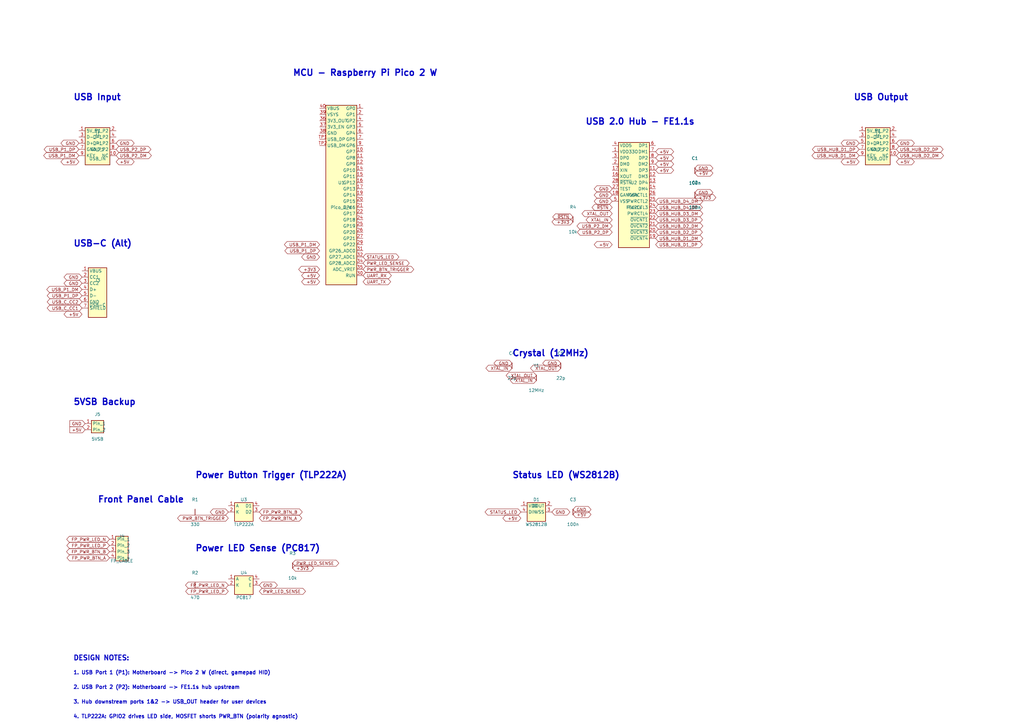
<source format=kicad_sch>
(kicad_sch (version 20231120) (generator "eeschema") (generator_version "8.0")
  (paper "A3")
  (title_block (title "PadProxy") (date "2026-02-28") (rev "0.1") (company "PadProxy Open Hardware") (comment 1 "Wireless Bluetooth Gamepad Proxy with PC Wake") (comment 2 "License: CERN-OHL-P-2.0"))
  (lib_symbols
    (symbol "PadProxy:Pico_2_W"
      (property "Reference" "U" (at 0 38.10000000000001 0))
      (property "Value" "Pico_2_W" (at 0 -38.10000000000001 0))
      (symbol "Pico_2_W_0_1"
        (rectangle (start -6.35 36.830000000000005) (end 6.35 -36.830000000000005) (stroke (width 0.254)) (fill (type background)))
      )
      (symbol "Pico_2_W_1_1"
        (pin power_in line (at -8.89 35.56 0) (length 2.54) (name "VBUS") (number "40"))
        (pin power_in line (at -8.89 33.02 0) (length 2.54) (name "VSYS") (number "39"))
        (pin power_out line (at -8.89 30.480000000000004 0) (length 2.54) (name "3V3_OUT") (number "36"))
        (pin input line (at -8.89 27.94 0) (length 2.54) (name "3V3_EN") (number "37"))
        (pin power_in line (at -8.89 25.400000000000002 0) (length 2.54) (name "GND") (number "38"))
        (pin bidirectional line (at -8.89 22.860000000000003 0) (length 2.54) (name "USB_DP") (number "TP1"))
        (pin bidirectional line (at -8.89 20.32 0) (length 2.54) (name "USB_DM") (number "TP2"))
        (pin bidirectional line (at 8.89 35.56 180) (length 2.54) (name "GP0") (number "1"))
        (pin bidirectional line (at 8.89 33.02 180) (length 2.54) (name "GP1") (number "2"))
        (pin bidirectional line (at 8.89 30.480000000000004 180) (length 2.54) (name "GP2") (number "4"))
        (pin bidirectional line (at 8.89 27.94 180) (length 2.54) (name "GP3") (number "5"))
        (pin bidirectional line (at 8.89 25.400000000000002 180) (length 2.54) (name "GP4") (number "6"))
        (pin bidirectional line (at 8.89 22.860000000000003 180) (length 2.54) (name "GP5") (number "7"))
        (pin bidirectional line (at 8.89 20.32 180) (length 2.54) (name "GP6") (number "9"))
        (pin bidirectional line (at 8.89 17.78 180) (length 2.54) (name "GP7") (number "10"))
        (pin bidirectional line (at 8.89 15.240000000000002 180) (length 2.54) (name "GP8") (number "11"))
        (pin bidirectional line (at 8.89 12.700000000000003 180) (length 2.54) (name "GP9") (number "12"))
        (pin bidirectional line (at 8.89 10.160000000000004 180) (length 2.54) (name "GP10") (number "14"))
        (pin bidirectional line (at 8.89 7.620000000000001 180) (length 2.54) (name "GP11") (number "15"))
        (pin bidirectional line (at 8.89 5.080000000000002 180) (length 2.54) (name "GP12") (number "16"))
        (pin bidirectional line (at 8.89 2.539999999999999 180) (length 2.54) (name "GP13") (number "17"))
        (pin bidirectional line (at 8.89 0.0 180) (length 2.54) (name "GP14") (number "19"))
        (pin bidirectional line (at 8.89 -2.539999999999999 180) (length 2.54) (name "GP15") (number "20"))
        (pin bidirectional line (at 8.89 -5.079999999999998 180) (length 2.54) (name "GP16") (number "21"))
        (pin bidirectional line (at 8.89 -7.619999999999997 180) (length 2.54) (name "GP17") (number "22"))
        (pin bidirectional line (at 8.89 -10.159999999999997 180) (length 2.54) (name "GP18") (number "24"))
        (pin bidirectional line (at 8.89 -12.699999999999996 180) (length 2.54) (name "GP19") (number "25"))
        (pin bidirectional line (at 8.89 -15.239999999999995 180) (length 2.54) (name "GP20") (number "26"))
        (pin bidirectional line (at 8.89 -17.78 180) (length 2.54) (name "GP21") (number "27"))
        (pin bidirectional line (at 8.89 -20.32 180) (length 2.54) (name "GP22") (number "29"))
        (pin bidirectional line (at 8.89 -22.86 180) (length 2.54) (name "GP26_ADC0") (number "31"))
        (pin bidirectional line (at 8.89 -25.4 180) (length 2.54) (name "GP27_ADC1") (number "32"))
        (pin bidirectional line (at 8.89 -27.939999999999998 180) (length 2.54) (name "GP28_ADC2") (number "34"))
        (pin passive line (at 8.89 -30.480000000000004 180) (length 2.54) (name "ADC_VREF") (number "35"))
        (pin input line (at 8.89 -33.019999999999996 180) (length 2.54) (name "RUN") (number "30"))
      )
    )
    (symbol "PadProxy:FE1_1s"
      (property "Reference" "U" (at 0 22.86 0))
      (property "Value" "FE1_1s" (at 0 -22.86 0))
      (symbol "FE1_1s_0_1"
        (rectangle (start -6.35 21.59) (end 6.35 -21.59) (stroke (width 0.254)) (fill (type background)))
      )
      (symbol "FE1_1s_1_1"
        (pin power_in line (at -8.89 20.32 0) (length 2.54) (name "VDD5") (number "4"))
        (pin power_out line (at -8.89 17.78 0) (length 2.54) (name "VDD33O") (number "1"))
        (pin bidirectional line (at -8.89 15.24 0) (length 2.54) (name "DP0") (number "3"))
        (pin bidirectional line (at -8.89 12.7 0) (length 2.54) (name "DM0") (number "2"))
        (pin input line (at -8.89 10.16 0) (length 2.54) (name "XIN") (number "17"))
        (pin output line (at -8.89 7.620000000000001 0) (length 2.54) (name "XOUT") (number "16"))
        (pin input line (at -8.89 5.08 0) (length 2.54) (name "~{RSTN}") (number "28"))
        (pin input line (at -8.89 2.539999999999999 0) (length 2.54) (name "TEST") (number "27"))
        (pin input line (at -8.89 0.0 0) (length 2.54) (name "GANGSW") (number "18"))
        (pin power_in line (at -8.89 -2.539999999999999 0) (length 2.54) (name "VSS") (number "5"))
        (pin bidirectional line (at 8.89 20.32 180) (length 2.54) (name "DP1") (number "6"))
        (pin bidirectional line (at 8.89 17.78 180) (length 2.54) (name "DM1") (number "7"))
        (pin bidirectional line (at 8.89 15.24 180) (length 2.54) (name "DP2") (number "8"))
        (pin bidirectional line (at 8.89 12.7 180) (length 2.54) (name "DM2") (number "9"))
        (pin bidirectional line (at 8.89 10.16 180) (length 2.54) (name "DP3") (number "11"))
        (pin bidirectional line (at 8.89 7.620000000000001 180) (length 2.54) (name "DM3") (number "12"))
        (pin bidirectional line (at 8.89 5.08 180) (length 2.54) (name "DP4") (number "13"))
        (pin bidirectional line (at 8.89 2.539999999999999 180) (length 2.54) (name "DM4") (number "14"))
        (pin output line (at 8.89 0.0 180) (length 2.54) (name "PWRCTL1") (number "26"))
        (pin output line (at 8.89 -2.539999999999999 180) (length 2.54) (name "PWRCTL2") (number "25"))
        (pin output line (at 8.89 -5.079999999999998 180) (length 2.54) (name "PWRCTL3") (number "24"))
        (pin output line (at 8.89 -7.620000000000001 180) (length 2.54) (name "PWRCTL4") (number "23"))
        (pin input line (at 8.89 -10.16 180) (length 2.54) (name "~{OVCNT1}") (number "22"))
        (pin input line (at 8.89 -12.700000000000003 180) (length 2.54) (name "~{OVCNT2}") (number "21"))
        (pin input line (at 8.89 -15.240000000000002 180) (length 2.54) (name "~{OVCNT3}") (number "20"))
        (pin input line (at 8.89 -17.78 180) (length 2.54) (name "~{OVCNT4}") (number "19"))
      )
    )
    (symbol "PadProxy:TLP222A"
      (property "Reference" "U" (at 0 5.08 0))
      (property "Value" "TLP222A" (at 0 -5.08 0))
      (symbol "TLP222A_0_1"
        (rectangle (start -3.81 3.81) (end 3.81 -3.81) (stroke (width 0.254)) (fill (type background)))
      )
      (symbol "TLP222A_1_1"
        (pin passive line (at -6.35 2.54 0) (length 2.54) (name "A") (number "1"))
        (pin passive line (at -6.35 0.0 0) (length 2.54) (name "K") (number "2"))
        (pin passive line (at 6.35 2.54 180) (length 2.54) (name "D1") (number "4"))
        (pin passive line (at 6.35 0.0 180) (length 2.54) (name "D2") (number "3"))
      )
    )
    (symbol "PadProxy:PC817"
      (property "Reference" "U" (at 0 5.08 0))
      (property "Value" "PC817" (at 0 -5.08 0))
      (symbol "PC817_0_1"
        (rectangle (start -3.81 3.81) (end 3.81 -3.81) (stroke (width 0.254)) (fill (type background)))
      )
      (symbol "PC817_1_1"
        (pin passive line (at -6.35 2.54 0) (length 2.54) (name "A") (number "1"))
        (pin passive line (at -6.35 0.0 0) (length 2.54) (name "K") (number "2"))
        (pin passive line (at 6.35 2.54 180) (length 2.54) (name "C") (number "4"))
        (pin passive line (at 6.35 0.0 180) (length 2.54) (name "E") (number "3"))
      )
    )
    (symbol "PadProxy:WS2812B"
      (property "Reference" "D" (at 0 5.08 0))
      (property "Value" "WS2812B" (at 0 -5.08 0))
      (symbol "WS2812B_0_1"
        (rectangle (start -3.81 3.81) (end 3.81 -3.81) (stroke (width 0.254)) (fill (type background)))
      )
      (symbol "WS2812B_1_1"
        (pin power_in line (at -6.35 2.54 0) (length 2.54) (name "VDD") (number "1"))
        (pin input line (at -6.35 0.0 0) (length 2.54) (name "DIN") (number "4"))
        (pin output line (at 6.35 2.54 180) (length 2.54) (name "DOUT") (number "2"))
        (pin power_in line (at 6.35 0.0 180) (length 2.54) (name "VSS") (number "3"))
      )
    )
    (symbol "Device:R" (pin_numbers hide) (pin_names (offset 0) hide)
      (property "Reference" "R" (at 0 2.54 0))
      (property "Value" "R" (at 0 -2.54 0))
      (symbol "R_0_1"
        (polyline (pts (xy 0 -1.016) (xy 0 1.016)) (stroke (width 0.254)))
      )
      (symbol "R_1_1"
        (pin passive line (at 0 1.27 270) (length 0.254) (name "~") (number "1"))
        (pin passive line (at 0 -1.27 90) (length 0.254) (name "~") (number "2"))
      )
    )
    (symbol "Device:C" (pin_numbers hide) (pin_names (offset 0) hide)
      (property "Reference" "C" (at 0 2.54 0))
      (property "Value" "C" (at 0 -2.54 0))
      (symbol "C_0_1"
        (polyline (pts (xy 0 -1.016) (xy 0 1.016)) (stroke (width 0.254)))
      )
      (symbol "C_1_1"
        (pin passive line (at 0 1.27 270) (length 0.254) (name "~") (number "1"))
        (pin passive line (at 0 -1.27 90) (length 0.254) (name "~") (number "2"))
      )
    )
    (symbol "Device:Crystal" (pin_numbers hide) (pin_names (offset 0) hide)
      (property "Reference" "Y" (at 0 2.54 0))
      (property "Value" "Crystal" (at 0 -2.54 0))
      (symbol "Crystal_0_1"
        (polyline (pts (xy 0 -1.016) (xy 0 1.016)) (stroke (width 0.254)))
      )
      (symbol "Crystal_1_1"
        (pin passive line (at 0 1.27 270) (length 0.254) (name "~") (number "1"))
        (pin passive line (at 0 -1.27 90) (length 0.254) (name "~") (number "2"))
      )
    )
    (symbol "Connector_Generic:Conn_01x02"
      (property "Reference" "J" (at 0 3.81 0))
      (property "Value" "Conn_01x02" (at 0 -3.81 0))
      (symbol "Conn_01x02_0_1"
        (rectangle (start -2.54 2.54) (end 2.54 -2.54) (stroke (width 0.254)) (fill (type background)))
      )
      (symbol "Conn_01x02_1_1"
        (pin passive line (at -5.08 1.27 0) (length 2.54) (name "Pin_1") (number "1"))
        (pin passive line (at -5.08 -1.27 0) (length 2.54) (name "Pin_2") (number "2"))
      )
    )
    (symbol "Connector_Generic:Conn_01x04"
      (property "Reference" "J" (at 0 6.35 0))
      (property "Value" "Conn_01x04" (at 0 -6.35 0))
      (symbol "Conn_01x04_0_1"
        (rectangle (start -2.54 5.08) (end 2.54 -5.08) (stroke (width 0.254)) (fill (type background)))
      )
      (symbol "Conn_01x04_1_1"
        (pin passive line (at -5.08 3.81 0) (length 2.54) (name "Pin_1") (number "1"))
        (pin passive line (at -5.08 1.27 0) (length 2.54) (name "Pin_2") (number "2"))
        (pin passive line (at -5.08 -1.27 0) (length 2.54) (name "Pin_3") (number "3"))
        (pin passive line (at -5.08 -3.81 0) (length 2.54) (name "Pin_4") (number "4"))
      )
    )
    (symbol "PadProxy:USB_2x5_Header"
      (property "Reference" "J" (at 0 8.889999999999999 0))
      (property "Value" "USB_2x5_Header" (at 0 -8.889999999999999 0))
      (symbol "USB_2x5_Header_0_1"
        (rectangle (start -5.08 7.619999999999999) (end 5.08 -7.619999999999999) (stroke (width 0.254)) (fill (type background)))
      )
      (symbol "USB_2x5_Header_1_1"
        (pin power_in line (at -7.62 6.35 0) (length 2.54) (name "5V_P1") (number "1"))
        (pin bidirectional line (at -7.62 3.8099999999999996 0) (length 2.54) (name "D-_P1") (number "3"))
        (pin bidirectional line (at -7.62 1.2699999999999996 0) (length 2.54) (name "D+_P1") (number "5"))
        (pin power_in line (at -7.62 -1.2700000000000005 0) (length 2.54) (name "GND_P1") (number "7"))
        (pin passive line (at -7.62 -3.8100000000000005 0) (length 2.54) (name "KEY") (number "9"))
        (pin power_in line (at 7.62 6.35 180) (length 2.54) (name "5V_P2") (number "2"))
        (pin bidirectional line (at 7.62 3.8099999999999996 180) (length 2.54) (name "D-_P2") (number "4"))
        (pin bidirectional line (at 7.62 1.2699999999999996 180) (length 2.54) (name "D+_P2") (number "6"))
        (pin power_in line (at 7.62 -1.2700000000000005 180) (length 2.54) (name "GND_P2") (number "8"))
        (pin passive line (at 7.62 -3.8100000000000005 180) (length 2.54) (name "NC") (number "10"))
      )
    )
    (symbol "PadProxy:USB_C_Receptacle"
      (property "Reference" "J" (at 0 11.43 0))
      (property "Value" "USB_C_Receptacle" (at 0 -11.43 0))
      (symbol "USB_C_Receptacle_0_1"
        (rectangle (start -3.81 10.16) (end 3.81 -10.16) (stroke (width 0.254)) (fill (type background)))
      )
      (symbol "USB_C_Receptacle_1_1"
        (pin power_in line (at -6.35 8.89 0) (length 2.54) (name "VBUS") (number "1"))
        (pin bidirectional line (at -6.35 6.3500000000000005 0) (length 2.54) (name "CC1") (number "2"))
        (pin bidirectional line (at -6.35 3.8100000000000005 0) (length 2.54) (name "CC2") (number "3"))
        (pin bidirectional line (at -6.35 1.2700000000000005 0) (length 2.54) (name "D+") (number "4"))
        (pin bidirectional line (at -6.35 -1.2699999999999996 0) (length 2.54) (name "D-") (number "5"))
        (pin power_in line (at -6.35 -3.8099999999999987 0) (length 2.54) (name "GND") (number "6"))
        (pin passive line (at -6.35 -6.35 0) (length 2.54) (name "SHIELD") (number "7"))
      )
    )
    (symbol "power:+5V" (power) (pin_numbers hide) (pin_names (offset 0) hide) (in_bom no)
      (property "Value" "+5V" (at 0 3.81 0))
      (symbol "+5V_0_1"
        (pin power_in line (at 0 0 90) (length 0) (name "+5V") (number "1"))
      )
    )
    (symbol "power:+3V3" (power) (pin_numbers hide) (pin_names (offset 0) hide) (in_bom no)
      (property "Value" "+3V3" (at 0 3.81 0))
      (symbol "+3V3_0_1"
        (pin power_in line (at 0 0 90) (length 0) (name "+3V3") (number "1"))
      )
    )
    (symbol "power:GND" (power) (pin_numbers hide) (pin_names (offset 0) hide) (in_bom no)
      (property "Value" "GND" (at 0 3.81 0))
      (symbol "GND_0_1"
        (pin power_in line (at 0 0 90) (length 0) (name "GND") (number "1"))
      )
    )
  )
  (text "USB Input" (at 30 40 0) (effects (font (size 2.54 2.54) bold) (justify left)))
  (text "USB-C (Alt)" (at 30 100 0) (effects (font (size 2.54 2.54) bold) (justify left)))
  (text "5VSB Backup" (at 30 165 0) (effects (font (size 2.54 2.54) bold) (justify left)))
  (text "MCU - Raspberry Pi Pico 2 W" (at 120 30 0) (effects (font (size 2.54 2.54) bold) (justify left)))
  (text "USB 2.0 Hub - FE1.1s" (at 240 50 0) (effects (font (size 2.54 2.54) bold) (justify left)))
  (text "USB Output" (at 350 40 0) (effects (font (size 2.54 2.54) bold) (justify left)))
  (text "Power Button Trigger (TLP222A)" (at 80 195 0) (effects (font (size 2.54 2.54) bold) (justify left)))
  (text "Power LED Sense (PC817)" (at 80 225 0) (effects (font (size 2.54 2.54) bold) (justify left)))
  (text "Front Panel Cable" (at 40 205 0) (effects (font (size 2.54 2.54) bold) (justify left)))
  (text "Status LED (WS2812B)" (at 210 195 0) (effects (font (size 2.54 2.54) bold) (justify left)))
  (text "Crystal (12MHz)" (at 210 145 0) (effects (font (size 2.54 2.54) bold) (justify left)))
  (symbol (lib_id "PadProxy:USB_2x5_Header") (at 40 60 0) (unit 1)
    (property "Reference" "J1" (at 40 54.92 0))
    (property "Value" "USB_IN" (at 40 65.08 0))
    (property "Footprint" "Connector_PinHeader_2x05_P2.54mm_Vertical" (effects hide))
  )
  (global_label "+5V" (shape bidirectional) (at 32.38 66.35 180))
  (global_label "USB_P1_DM" (shape bidirectional) (at 32.38 63.81 180))
  (global_label "USB_P1_DP" (shape bidirectional) (at 32.38 61.269999999999996 180))
  (global_label "GND" (shape bidirectional) (at 32.38 58.73 180))
  (global_label "+5V" (shape bidirectional) (at 47.62 66.35 0))
  (global_label "USB_P2_DM" (shape bidirectional) (at 47.62 63.81 0))
  (global_label "USB_P2_DP" (shape bidirectional) (at 47.62 61.269999999999996 0))
  (global_label "GND" (shape bidirectional) (at 47.62 58.73 0))
  (symbol (lib_id "PadProxy:USB_C_Receptacle") (at 40 120 0) (unit 1)
    (property "Reference" "J3" (at 40 114.92 0))
    (property "Value" "USB-C" (at 40 125.08 0))
    (property "Footprint" "Connector_USB:USB_C_Receptacle_USB2.0" (effects hide))
  )
  (global_label "+5V" (shape bidirectional) (at 33.65 128.89 180))
  (global_label "USB_C_CC1" (shape bidirectional) (at 33.65 126.35 180))
  (global_label "USB_C_CC2" (shape bidirectional) (at 33.65 123.81 180))
  (global_label "USB_P1_DP" (shape bidirectional) (at 33.65 121.27 180))
  (global_label "USB_P1_DM" (shape bidirectional) (at 33.65 118.73 180))
  (global_label "GND" (shape bidirectional) (at 33.65 116.19 180))
  (global_label "GND" (shape bidirectional) (at 33.65 113.65 180))
  (symbol (lib_id "Connector_Generic:Conn_01x02") (at 40 175 0) (unit 1)
    (property "Reference" "J5" (at 40 169.92 0))
    (property "Value" "5VSB" (at 40 180.08 0))
    (property "Footprint" "Connector_PinHeader_1x02_P2.54mm_Vertical" (effects hide))
  )
  (global_label "+5V" (shape input) (at 34.92 176.27 180))
  (global_label "GND" (shape input) (at 34.92 173.73 180))
  (symbol (lib_id "PadProxy:Pico_2_W") (at 140 80 0) (unit 1)
    (property "Reference" "U1" (at 140 74.92 0))
    (property "Value" "Pico_2_W" (at 140 85.08 0))
  )
  (global_label "+5V" (shape bidirectional) (at 131.11 115.56 180))
  (global_label "+5V" (shape bidirectional) (at 131.11 113.02000000000001 180))
  (global_label "+3V3" (shape bidirectional) (at 131.11 110.48 180))
  (global_label "GND" (shape bidirectional) (at 131.11 105.4 180))
  (global_label "USB_P1_DP" (shape bidirectional) (at 131.11 102.86 180))
  (global_label "USB_P1_DM" (shape bidirectional) (at 131.11 100.32 180))
  (global_label "UART_TX" (shape bidirectional) (at 148.89 115.56 0))
  (global_label "UART_RX" (shape bidirectional) (at 148.89 113.02000000000001 0))
  (global_label "PWR_BTN_TRIGGER" (shape bidirectional) (at 148.89 110.48 0))
  (global_label "PWR_LED_SENSE" (shape bidirectional) (at 148.89 107.94 0))
  (global_label "STATUS_LED" (shape bidirectional) (at 148.89 105.4 0))
  (symbol (lib_id "PadProxy:FE1_1s") (at 260 80 0) (unit 1)
    (property "Reference" "U2" (at 260 74.92 0))
    (property "Value" "FE1.1s" (at 260 85.08 0))
    (property "Footprint" "Package_SO:SSOP-28_5.3x10.2mm_P0.65mm" (effects hide))
  )
  (global_label "+5V" (shape bidirectional) (at 251.11 100.32 180))
  (global_label "USB_P2_DP" (shape bidirectional) (at 251.11 95.24 180))
  (global_label "USB_P2_DM" (shape bidirectional) (at 251.11 92.7 180))
  (global_label "XTAL_IN" (shape bidirectional) (at 251.11 90.16 180))
  (global_label "XTAL_OUT" (shape bidirectional) (at 251.11 87.62 180))
  (global_label "~{RSTN}" (shape bidirectional) (at 251.11 85.08 180))
  (global_label "GND" (shape bidirectional) (at 251.11 82.53999999999999 180))
  (global_label "GND" (shape bidirectional) (at 251.11 80.0 180))
  (global_label "GND" (shape bidirectional) (at 251.11 77.46000000000001 180))
  (global_label "USB_HUB_D1_DP" (shape bidirectional) (at 268.89 100.32 0))
  (global_label "USB_HUB_D1_DM" (shape bidirectional) (at 268.89 97.78 0))
  (global_label "USB_HUB_D2_DP" (shape bidirectional) (at 268.89 95.24 0))
  (global_label "USB_HUB_D2_DM" (shape bidirectional) (at 268.89 92.7 0))
  (global_label "USB_HUB_D3_DP" (shape bidirectional) (at 268.89 90.16 0))
  (global_label "USB_HUB_D3_DM" (shape bidirectional) (at 268.89 87.62 0))
  (global_label "USB_HUB_D4_DP" (shape bidirectional) (at 268.89 85.08 0))
  (global_label "USB_HUB_D4_DM" (shape bidirectional) (at 268.89 82.53999999999999 0))
  (global_label "+5V" (shape bidirectional) (at 268.89 69.84 0))
  (global_label "+5V" (shape bidirectional) (at 268.89 67.3 0))
  (global_label "+5V" (shape bidirectional) (at 268.89 64.75999999999999 0))
  (global_label "+5V" (shape bidirectional) (at 268.89 62.22 0))
  (symbol (lib_id "PadProxy:USB_2x5_Header") (at 360 60 0) (unit 1)
    (property "Reference" "J2" (at 360 54.92 0))
    (property "Value" "USB_OUT" (at 360 65.08 0))
    (property "Footprint" "Connector_PinHeader_2x05_P2.54mm_Vertical" (effects hide))
  )
  (global_label "+5V" (shape bidirectional) (at 352.38 66.35 180))
  (global_label "USB_HUB_D1_DM" (shape bidirectional) (at 352.38 63.81 180))
  (global_label "USB_HUB_D1_DP" (shape bidirectional) (at 352.38 61.269999999999996 180))
  (global_label "GND" (shape bidirectional) (at 352.38 58.73 180))
  (global_label "+5V" (shape bidirectional) (at 367.62 66.35 0))
  (global_label "USB_HUB_D2_DM" (shape bidirectional) (at 367.62 63.81 0))
  (global_label "USB_HUB_D2_DP" (shape bidirectional) (at 367.62 61.269999999999996 0))
  (global_label "GND" (shape bidirectional) (at 367.62 58.73 0))
  (symbol (lib_id "PadProxy:TLP222A") (at 100 210 0) (unit 1)
    (property "Reference" "U3" (at 100 204.92 0))
    (property "Value" "TLP222A" (at 100 215.08 0))
    (property "Footprint" "Package_DIP:DIP-4_W7.62mm" (effects hide))
  )
  (global_label "PWR_BTN_TRIGGER" (shape bidirectional) (at 93.65 212.54 180))
  (global_label "GND" (shape bidirectional) (at 93.65 210.0 180))
  (global_label "FP_PWR_BTN_A" (shape bidirectional) (at 106.35 212.54 0))
  (global_label "FP_PWR_BTN_B" (shape bidirectional) (at 106.35 210.0 0))
  (symbol (lib_id "Device:R") (at 80 210 0) (unit 1)
    (property "Reference" "R1" (at 80 204.92 0))
    (property "Value" "330" (at 80 215.08 0))
    (property "Footprint" "Resistor_SMD:R_0603_1608Metric" (effects hide))
  )
  (symbol (lib_id "PadProxy:PC817") (at 100 240 0) (unit 1)
    (property "Reference" "U4" (at 100 234.92 0))
    (property "Value" "PC817" (at 100 245.08 0))
    (property "Footprint" "Package_DIP:DIP-4_W7.62mm" (effects hide))
  )
  (global_label "FP_PWR_LED_P" (shape bidirectional) (at 93.65 242.54 180))
  (global_label "FP_PWR_LED_N" (shape bidirectional) (at 93.65 240.0 180))
  (global_label "PWR_LED_SENSE" (shape bidirectional) (at 106.35 242.54 0))
  (global_label "GND" (shape bidirectional) (at 106.35 240.0 0))
  (symbol (lib_id "Device:R") (at 80 240 0) (unit 1)
    (property "Reference" "R2" (at 80 234.92 0))
    (property "Value" "470" (at 80 245.08 0))
    (property "Footprint" "Resistor_SMD:R_0603_1608Metric" (effects hide))
  )
  (symbol (lib_id "Device:R") (at 120 232 0) (unit 1)
    (property "Reference" "R3" (at 120 226.92 0))
    (property "Value" "10k" (at 120 237.08 0))
    (property "Footprint" "Resistor_SMD:R_0603_1608Metric" (effects hide))
  )
  (global_label "+3V3" (shape bidirectional) (at 120 233.01600000000002 0))
  (global_label "PWR_LED_SENSE" (shape bidirectional) (at 120 230.98399999999998 0))
  (symbol (lib_id "Connector_Generic:Conn_01x04") (at 50 225 0) (unit 1)
    (property "Reference" "J4" (at 50 219.92 0))
    (property "Value" "FP_CABLE" (at 50 230.08 0))
    (property "Footprint" "Connector_PinHeader_1x04_P2.54mm_Vertical" (effects hide))
  )
  (global_label "FP_PWR_BTN_A" (shape bidirectional) (at 44.92 228.81 180))
  (global_label "FP_PWR_BTN_B" (shape bidirectional) (at 44.92 226.27 180))
  (global_label "FP_PWR_LED_P" (shape bidirectional) (at 44.92 223.73 180))
  (global_label "FP_PWR_LED_N" (shape bidirectional) (at 44.92 221.19 180))
  (symbol (lib_id "PadProxy:WS2812B") (at 220 210 0) (unit 1)
    (property "Reference" "D1" (at 220 204.92 0))
    (property "Value" "WS2812B" (at 220 215.08 0))
    (property "Footprint" "LED_SMD:LED_WS2812B_PLCC4_5.0x5.0mm_P3.2mm" (effects hide))
  )
  (global_label "+5V" (shape bidirectional) (at 213.65 212.54 180))
  (global_label "STATUS_LED" (shape bidirectional) (at 213.65 210.0 180))
  (global_label "GND" (shape bidirectional) (at 226.35 210.0 0))
  (symbol (lib_id "Device:C") (at 235 210 0) (unit 1)
    (property "Reference" "C3" (at 235 204.92 0))
    (property "Value" "100n" (at 235 215.08 0))
    (property "Footprint" "Capacitor_SMD:C_0603_1608Metric" (effects hide))
  )
  (global_label "+5V" (shape bidirectional) (at 235 211.01600000000002 0))
  (global_label "GND" (shape bidirectional) (at 235 208.98399999999998 0))
  (symbol (lib_id "Device:Crystal") (at 220 155 0) (unit 1)
    (property "Reference" "Y1" (at 220 149.92 0))
    (property "Value" "12MHz" (at 220 160.08 0))
    (property "Footprint" "Crystal:Crystal_HC49-U_Vertical" (effects hide))
  )
  (global_label "XTAL_IN" (shape bidirectional) (at 220 156.01600000000002 180))
  (global_label "XTAL_OUT" (shape bidirectional) (at 220 153.98399999999998 180))
  (symbol (lib_id "Device:C") (at 210 150 0) (unit 1)
    (property "Reference" "C4" (at 210 144.92 0))
    (property "Value" "22p" (at 210 155.08 0))
    (property "Footprint" "Capacitor_SMD:C_0603_1608Metric" (effects hide))
  )
  (global_label "XTAL_IN" (shape bidirectional) (at 210 151.01600000000002 180))
  (global_label "GND" (shape bidirectional) (at 210 148.98399999999998 180))
  (symbol (lib_id "Device:C") (at 230 150 0) (unit 1)
    (property "Reference" "C5" (at 230 144.92 0))
    (property "Value" "22p" (at 230 155.08 0))
    (property "Footprint" "Capacitor_SMD:C_0603_1608Metric" (effects hide))
  )
  (global_label "XTAL_OUT" (shape bidirectional) (at 230 151.01600000000002 180))
  (global_label "GND" (shape bidirectional) (at 230 148.98399999999998 180))
  (symbol (lib_id "Device:C") (at 285 70 0) (unit 1)
    (property "Reference" "C1" (at 285 64.92 0))
    (property "Value" "100n" (at 285 75.08 0))
    (property "Footprint" "Capacitor_SMD:C_0603_1608Metric" (effects hide))
  )
  (global_label "+5V" (shape bidirectional) (at 285 71.01599999999999 0))
  (global_label "GND" (shape bidirectional) (at 285 68.98400000000001 0))
  (symbol (lib_id "Device:C") (at 285 80 0) (unit 1)
    (property "Reference" "C2" (at 285 74.92 0))
    (property "Value" "100n" (at 285 85.08 0))
    (property "Footprint" "Capacitor_SMD:C_0603_1608Metric" (effects hide))
  )
  (global_label "+3V3" (shape bidirectional) (at 285 81.01599999999999 0))
  (global_label "GND" (shape bidirectional) (at 285 78.98400000000001 0))
  (symbol (lib_id "Device:R") (at 235 90 0) (unit 1)
    (property "Reference" "R4" (at 235 84.92 0))
    (property "Value" "10k" (at 235 95.08 0))
    (property "Footprint" "Resistor_SMD:R_0603_1608Metric" (effects hide))
  )
  (global_label "+3V3" (shape bidirectional) (at 235 91.01599999999999 180))
  (global_label "~{RSTN}" (shape bidirectional) (at 235 88.98400000000001 180))
  (text "DESIGN NOTES:" (at 30 270 0) (effects (font (size 2.0 2.0) bold) (justify left)))
  (text "1. USB Port 1 (P1): Motherboard -> Pico 2 W (direct, gamepad HID)" (at 30 276 0) (effects (font (size 1.5 1.5) bold) (justify left)))
  (text "2. USB Port 2 (P2): Motherboard -> FE1.1s hub upstream" (at 30 282 0) (effects (font (size 1.5 1.5) bold) (justify left)))
  (text "3. Hub downstream ports 1&2 -> USB_OUT header for user devices" (at 30 288 0) (effects (font (size 1.5 1.5) bold) (justify left)))
  (text "4. TLP222A: GPIO2 drives LED side, MOSFET shorts PWR_BTN (polarity agnostic)" (at 30 294 0) (effects (font (size 1.5 1.5) bold) (justify left)))
  (text "5. PC817: Front panel PWR_LED current drives LED, phototransistor pulls GPIO3 LOW" (at 30 300 0) (effects (font (size 1.5 1.5) bold) (justify left)))
  (text "6. R1 (330 ohm) limits TLP222A LED current. R2 (470 ohm) limits PC817 LED current." (at 30 306 0) (effects (font (size 1.5 1.5) bold) (justify left)))
  (text "7. R3 (10k) pulls PWR_LED_SENSE HIGH when PC is off (PC817 not conducting)" (at 30 312 0) (effects (font (size 1.5 1.5) bold) (justify left)))
  (text "8. FE1.1s: GANGSW, TEST -> GND. RSTN -> 10k pull-up. OVCNTx -> VDD5 (no overcurrent sense)." (at 30 318 0) (effects (font (size 1.5 1.5) bold) (justify left)))
  (text "9. USB-C CC1/CC2 need 5.1k pull-down resistors to GND for device mode detection." (at 30 324 0) (effects (font (size 1.5 1.5) bold) (justify left)))
)
</source>
